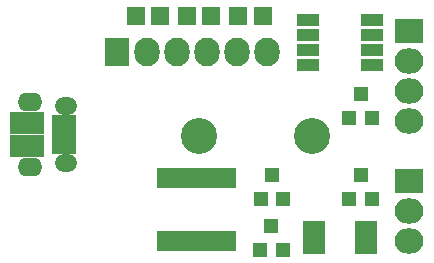
<source format=gts>
G04 #@! TF.FileFunction,Soldermask,Top*
%FSLAX46Y46*%
G04 Gerber Fmt 4.6, Leading zero omitted, Abs format (unit mm)*
G04 Created by KiCad (PCBNEW 4.0.1-stable) date 3/22/2016 7:23:55 PM*
%MOMM*%
G01*
G04 APERTURE LIST*
%ADD10C,0.100000*%
%ADD11R,1.850000X0.850000*%
%ADD12R,2.127200X2.432000*%
%ADD13O,2.127200X2.432000*%
%ADD14R,1.598880X1.598880*%
%ADD15R,2.432000X2.127200*%
%ADD16O,2.432000X2.127200*%
%ADD17R,1.200100X1.200100*%
%ADD18R,1.950000X1.000000*%
%ADD19R,0.806400X1.670000*%
%ADD20R,2.050000X0.800000*%
%ADD21O,1.900000X1.500000*%
%ADD22O,2.100000X1.600000*%
%ADD23R,2.900000X1.825000*%
%ADD24C,3.050000*%
G04 APERTURE END LIST*
D10*
D11*
X186858000Y-101051000D03*
X186858000Y-100401000D03*
X186858000Y-99751000D03*
X186858000Y-99101000D03*
X182458000Y-99101000D03*
X182458000Y-99751000D03*
X182458000Y-100401000D03*
X182458000Y-101051000D03*
D12*
X165735000Y-84328000D03*
D13*
X168275000Y-84328000D03*
X170815000Y-84328000D03*
X173355000Y-84328000D03*
X175895000Y-84328000D03*
X178435000Y-84328000D03*
D14*
X167319960Y-81280000D03*
X169418000Y-81280000D03*
X176022000Y-81280000D03*
X178120040Y-81280000D03*
X171637960Y-81280000D03*
X173736000Y-81280000D03*
D15*
X190500000Y-82550000D03*
D16*
X190500000Y-85090000D03*
X190500000Y-87630000D03*
X190500000Y-90170000D03*
D15*
X190500000Y-95250000D03*
D16*
X190500000Y-97790000D03*
X190500000Y-100330000D03*
D17*
X177932000Y-96774000D03*
X179832000Y-96774000D03*
X178882000Y-94775020D03*
X185425000Y-89900760D03*
X187325000Y-89900760D03*
X186375000Y-87901780D03*
X185420000Y-96774000D03*
X187320000Y-96774000D03*
X186370000Y-94775020D03*
D18*
X181958000Y-81661000D03*
X181958000Y-82931000D03*
X181958000Y-84201000D03*
X181958000Y-85471000D03*
X187358000Y-85471000D03*
X187358000Y-84201000D03*
X187358000Y-82931000D03*
X187358000Y-81661000D03*
D19*
X175387000Y-94996000D03*
X174752000Y-94996000D03*
X174091600Y-94996000D03*
X173431200Y-94996000D03*
X172796200Y-94996000D03*
X172135800Y-94996000D03*
X171475400Y-94996000D03*
X170840400Y-94996000D03*
X170180000Y-94996000D03*
X169545000Y-94996000D03*
X169545000Y-100330000D03*
X170180000Y-100330000D03*
X170840400Y-100330000D03*
X171475400Y-100330000D03*
X172135800Y-100330000D03*
X172796200Y-100330000D03*
X173431200Y-100330000D03*
X174091600Y-100330000D03*
X174752000Y-100330000D03*
X175387000Y-100330000D03*
D20*
X161290000Y-90028000D03*
X161290000Y-90678000D03*
X161290000Y-91327100D03*
X161290000Y-91978000D03*
X161290000Y-92628000D03*
D21*
X161415000Y-88903000D03*
X161415000Y-93753000D03*
D22*
X158415000Y-88603000D03*
X158415000Y-94053000D03*
D23*
X158165000Y-90365500D03*
X158165000Y-92290500D03*
D17*
X177866000Y-101076760D03*
X179766000Y-101076760D03*
X178816000Y-99077780D03*
D24*
X182245000Y-91440000D03*
X172720000Y-91440000D03*
M02*

</source>
